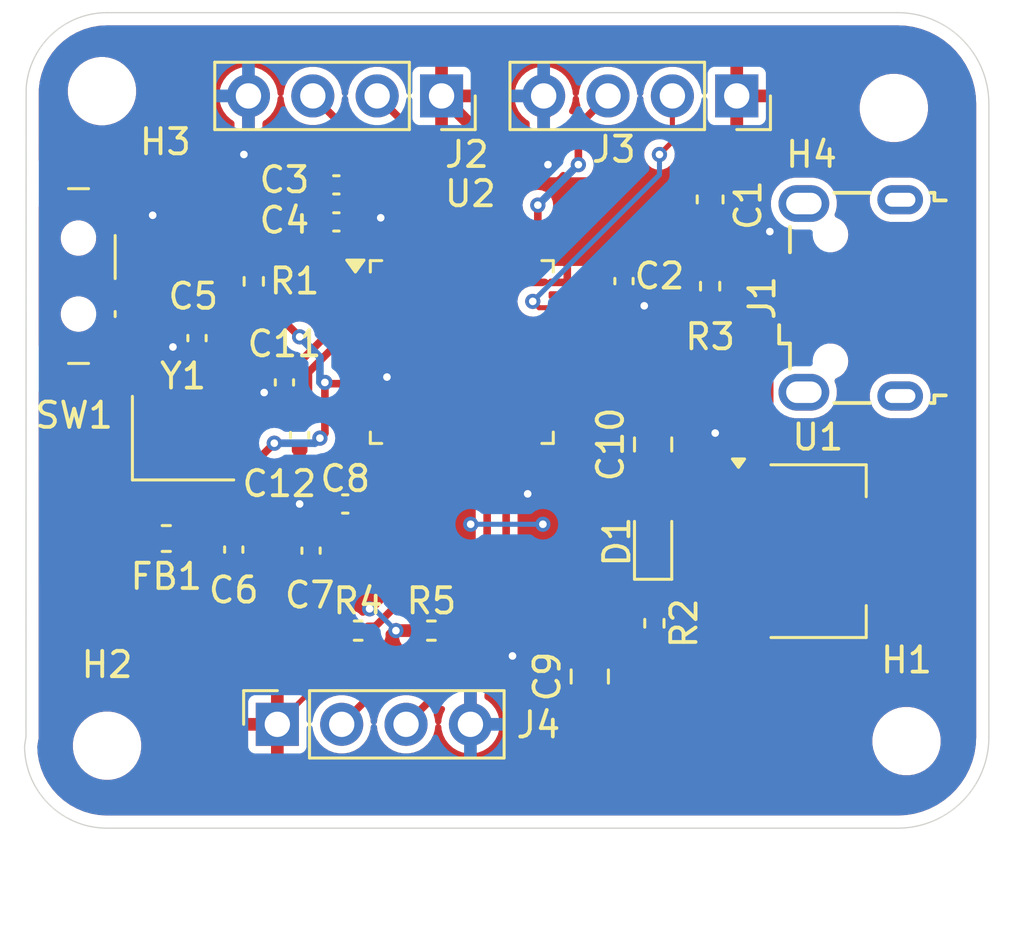
<source format=kicad_pcb>
(kicad_pcb (version 20240108) (generator "pcbnew") (generator_version "8.0")
  (layers (0 "F.Cu" signal) (31 "B.Cu" power) (34 "B.Paste" user) (35 "F.Paste" user) (36 "B.SilkS" user "B.Silkscreen") (37 "F.SilkS" user "F.Silkscreen") (38 "B.Mask" user) (39 "F.Mask" user) (44 "Edge.Cuts" user))
  (net 0 "")
  (net 1 "+3.3V")
  (net 2 "GND")
  (net 3 "+3.3VA")
  (net 4 "/NRST")
  (net 5 "VBUS")
  (net 6 "/HSE_IN")
  (net 7 "/HSE_OUT")
  (net 8 "Net-(D1-K)")
  (net 11 "/USB_D+")
  (net 15 "/USB_D-")
  (net 16 "/USART1_TX")
  (net 17 "/USART1_RX")
  (net 18 "/SWDI0")
  (net 19 "/SWCLK")
  (net 20 "/I2C2_SCL")
  (net 21 "/I2C2_SDA")
  (net 22 "/SW_BOOT0")
  (net 23 "Net-(U2-BOOT0)")
  (net 51 "Net-(Y1-Pad2)")
  (footprint "Capacitor_SMD:C_0402_1005Metric" (layer "F.Cu") (at 30.6 35.8 180)
    (property "Reference" "C8" (at 0 1 180) (layer "F.SilkS"))
    (property "Value" "100n")
    (fp_line (start -0.107836 0.36) (end 0.107836 0.36) (stroke (width 0.12)) (layer "F.SilkS"))
    (fp_line (start -0.107836 -0.36) (end 0.107836 -0.36) (stroke (width 0.12)) (layer "F.SilkS"))
    (pad "1" smd roundrect (at -0.48 0 180) (size 0.56 0.62) (layers "F.Cu" "F.Paste" "F.Mask") (net 4 "/NRST"))
    (pad "2" smd roundrect (at 0.48 0 180) (size 0.56 0.62) (layers "F.Cu" "F.Paste" "F.Mask") (net 2 "GND"))
  )
  (footprint "Resistor_SMD:R_0402_1005Metric" (layer "F.Cu") (at 26.99 27.01 90)
    (property "Reference" "R1" (at 0.01 1.61 0) (layer "F.SilkS"))
    (property "Value" "10k")
    (fp_line (start -0.153641 -0.38) (end 0.153641 -0.38) (stroke (width 0.12)) (layer "F.SilkS"))
    (fp_line (start -0.153641 0.38) (end 0.153641 0.38) (stroke (width 0.12)) (layer "F.SilkS"))
    (pad "1" smd roundrect (at -0.51 0 90) (size 0.54 0.64) (layers "F.Cu" "F.Paste" "F.Mask") (net 22 "/SW_BOOT0"))
    (pad "2" smd roundrect (at 0.51 0 90) (size 0.54 0.64) (layers "F.Cu" "F.Paste" "F.Mask") (net 23 "Net-(U2-BOOT0)"))
  )
  (footprint "LED_SMD:LED_0603_1608Metric" (layer "F.Cu") (at 42.75 37.2875 90)
    (property "Reference" "D1" (at 0 -1.43 -90) (layer "F.SilkS"))
    (property "Value" "RED")
    (fp_line (start 0.8 -0.735) (end -1.485 -0.735) (stroke (width 0.12)) (layer "F.SilkS"))
    (fp_line (start -1.485 -0.735) (end -1.485 0.735) (stroke (width 0.12)) (layer "F.SilkS"))
    (fp_line (start -1.485 0.735) (end 0.8 0.735) (stroke (width 0.12)) (layer "F.SilkS"))
    (pad "1" smd roundrect (at -0.7875 0 90) (size 0.875 0.95) (layers "F.Cu" "F.Paste" "F.Mask") (net 8 "Net-(D1-K)"))
    (pad "2" smd roundrect (at 0.7875 0 90) (size 0.875 0.95) (layers "F.Cu" "F.Paste" "F.Mask") (net 1 "+3.3V"))
  )
  (footprint "Capacitor_SMD:C_0805_2012Metric" (layer "F.Cu") (at 40.25 42.6125 90)
    (property "Reference" "C9" (at 0 -1.68 -90) (layer "F.SilkS"))
    (property "Value" "22u")
    (fp_line (start -0.261252 -0.735) (end 0.261252 -0.735) (stroke (width 0.12)) (layer "F.SilkS"))
    (fp_line (start -0.261252 0.735) (end 0.261252 0.735) (stroke (width 0.12)) (layer "F.SilkS"))
    (pad "1" smd roundrect (at -0.95 0 90) (size 1 1.45) (layers "F.Cu" "F.Paste" "F.Mask") (net 5 "VBUS"))
    (pad "2" smd roundrect (at 0.95 0 90) (size 1 1.45) (layers "F.Cu" "F.Paste" "F.Mask") (net 2 "GND"))
  )
  (footprint "Inductor_SMD:L_0603_1608Metric" (layer "F.Cu") (at 23.5375 37.1625)
    (property "Reference" "FB1" (at 0 1.5 0) (layer "F.SilkS"))
    (property "Value" "120R")
    (fp_line (start -0.162779 -0.51) (end 0.162779 -0.51) (stroke (width 0.12)) (layer "F.SilkS"))
    (fp_line (start -0.162779 0.51) (end 0.162779 0.51) (stroke (width 0.12)) (layer "F.SilkS"))
    (pad "1" smd roundrect (at -0.7875 0) (size 0.875 0.95) (layers "F.Cu" "F.Paste" "F.Mask") (net 1 "+3.3V"))
    (pad "2" smd roundrect (at 0.7875 0) (size 0.875 0.95) (layers "F.Cu" "F.Paste" "F.Mask") (net 3 "+3.3VA"))
  )
  (footprint "Capacitor_SMD:C_0402_1005Metric" (layer "F.Cu") (at 26.2 37.6 90)
    (property "Reference" "C6" (at -1.6 0 0) (layer "F.SilkS"))
    (property "Value" "1u")
    (fp_line (start -0.107836 -0.36) (end 0.107836 -0.36) (stroke (width 0.12)) (layer "F.SilkS"))
    (fp_line (start -0.107836 0.36) (end 0.107836 0.36) (stroke (width 0.12)) (layer "F.SilkS"))
    (pad "1" smd roundrect (at -0.48 0 90) (size 0.56 0.62) (layers "F.Cu" "F.Paste" "F.Mask") (net 3 "+3.3VA"))
    (pad "2" smd roundrect (at 0.48 0 90) (size 0.56 0.62) (layers "F.Cu" "F.Paste" "F.Mask") (net 2 "GND"))
  )
  (footprint "Package_TO_SOT_SMD:SOT-223-3_TabPin2" (layer "F.Cu") (at 49.25 37.6625)
    (property "Reference" "U1" (at 0 -4.5 0) (layer "F.SilkS"))
    (property "Value" "AMS1117-3.3")
    (fp_line (start -1.85 -3.41) (end 1.91 -3.41) (stroke (width 0.12)) (layer "F.SilkS"))
    (fp_line (start -1.85 3.41) (end 1.91 3.41) (stroke (width 0.12)) (layer "F.SilkS"))
    (fp_line (start 1.91 -3.41) (end 1.91 -2.15) (stroke (width 0.12)) (layer "F.SilkS"))
    (fp_line (start 1.91 3.41) (end 1.91 2.15) (stroke (width 0.12)) (layer "F.SilkS"))
    (fp_poly (pts (xy -3.13 -3.31) (xy -3.37 -3.64) (xy -2.89 -3.64) (xy -3.13 -3.31)) (stroke (width 0.12)) (fill solid) (layer "F.SilkS"))
    (pad "1" smd roundrect (at -3.15 -2.3) (size 2 1.5) (layers "F.Cu" "F.Paste" "F.Mask") (net 2 "GND"))
    (pad "2" smd roundrect (at -3.15 0) (size 2 1.5) (layers "F.Cu" "F.Paste" "F.Mask") (net 1 "+3.3V"))
    (pad "2" smd roundrect (at 3.15 0) (size 2 3.8) (layers "F.Cu" "F.Paste" "F.Mask") (net 1 "+3.3V"))
    (pad "3" smd roundrect (at -3.15 2.3) (size 2 1.5) (layers "F.Cu" "F.Paste" "F.Mask") (net 5 "VBUS"))
  )
  (footprint "Connector_PinSocket_2.54mm:PinSocket_1x04_P2.54mm_Vertical" (layer "F.Cu") (at 34.4 19.6875 -90)
    (property "Reference" "J2" (at 2.3125 -1 180) (layer "F.SilkS"))
    (property "Value" "Conn_01x04_Pin" (hide yes))
    (fp_line (start -1.33 8.95) (end 1.33 8.95) (stroke (width 0.12)) (layer "F.SilkS"))
    (fp_line (start -1.33 1.27) (end -1.33 8.95) (stroke (width 0.12)) (layer "F.SilkS"))
    (fp_line (start -1.33 1.27) (end 1.33 1.27) (stroke (width 0.12)) (layer "F.SilkS"))
    (fp_line (start 1.33 1.27) (end 1.33 8.95) (stroke (width 0.12)) (layer "F.SilkS"))
    (fp_line (start 0 -1.33) (end 1.33 -1.33) (stroke (width 0.12)) (layer "F.SilkS"))
    (fp_line (start 1.33 -1.33) (end 1.33 0) (stroke (width 0.12)) (layer "F.SilkS"))
    (pad "1" thru_hole rect (at 0 0 270) (size 1.7 1.7) (drill 1) (layers "*.Cu" "*.Mask") (net 1 "+3.3V"))
    (pad "2" thru_hole oval (at 0 2.54 270) (size 1.7 1.7) (drill 1) (layers "*.Cu" "*.Mask") (net 16 "/USART1_TX"))
    (pad "3" thru_hole oval (at 0 5.08 270) (size 1.7 1.7) (drill 1) (layers "*.Cu" "*.Mask") (net 17 "/USART1_RX"))
    (pad "4" thru_hole oval (at 0 7.62 270) (size 1.7 1.7) (drill 1) (layers "*.Cu" "*.Mask") (net 2 "GND"))
  )
  (footprint "Connector_PinSocket_2.54mm:PinSocket_1x04_P2.54mm_Vertical" (layer "F.Cu") (at 27.92 44.5 90)
    (property "Reference" "J4" (at -0.025 10.3 0) (layer "F.SilkS"))
    (property "Value" "Conn_01x04_Pin")
    (fp_line (start 1.33 -1.33) (end 1.33 0) (stroke (width 0.12)) (layer "F.SilkS"))
    (fp_line (start 0 -1.33) (end 1.33 -1.33) (stroke (width 0.12)) (layer "F.SilkS"))
    (fp_line (start 1.33 1.27) (end 1.33 8.95) (stroke (width 0.12)) (layer "F.SilkS"))
    (fp_line (start -1.33 1.27) (end 1.33 1.27) (stroke (width 0.12)) (layer "F.SilkS"))
    (fp_line (start -1.33 1.27) (end -1.33 8.95) (stroke (width 0.12)) (layer "F.SilkS"))
    (fp_line (start -1.33 8.95) (end 1.33 8.95) (stroke (width 0.12)) (layer "F.SilkS"))
    (pad "1" thru_hole rect (at 0 0 90) (size 1.7 1.7) (drill 1) (layers "*.Cu" "*.Mask") (net 1 "+3.3V"))
    (pad "2" thru_hole oval (at 0 2.54 90) (size 1.7 1.7) (drill 1) (layers "*.Cu" "*.Mask") (net 20 "/I2C2_SCL"))
    (pad "3" thru_hole oval (at 0 5.08 90) (size 1.7 1.7) (drill 1) (layers "*.Cu" "*.Mask") (net 21 "/I2C2_SDA"))
    (pad "4" thru_hole oval (at 0 7.62 90) (size 1.7 1.7) (drill 1) (layers "*.Cu" "*.Mask") (net 2 "GND"))
  )
  (footprint "Capacitor_SMD:C_0402_1005Metric" (layer "F.Cu") (at 29.25 37.6425 90)
    (property "Reference" "C7" (at -1.7575 -0.05 0) (layer "F.SilkS"))
    (property "Value" "1u")
    (fp_line (start -0.107836 -0.36) (end 0.107836 -0.36) (stroke (width 0.12)) (layer "F.SilkS"))
    (fp_line (start -0.107836 0.36) (end 0.107836 0.36) (stroke (width 0.12)) (layer "F.SilkS"))
    (pad "1" smd roundrect (at -0.48 0 90) (size 0.56 0.62) (layers "F.Cu" "F.Paste" "F.Mask") (net 1 "+3.3V"))
    (pad "2" smd roundrect (at 0.48 0 90) (size 0.56 0.62) (layers "F.Cu" "F.Paste" "F.Mask") (net 2 "GND"))
  )
  (footprint "Capacitor_SMD:C_0805_2012Metric" (layer "F.Cu") (at 42.75 33.45 90)
    (property "Reference" "C10" (at 0 -1.68 -90) (layer "F.SilkS"))
    (property "Value" "22u")
    (fp_line (start -0.261252 -0.735) (end 0.261252 -0.735) (stroke (width 0.12)) (layer "F.SilkS"))
    (fp_line (start -0.261252 0.735) (end 0.261252 0.735) (stroke (width 0.12)) (layer "F.SilkS"))
    (pad "1" smd roundrect (at -0.95 0 90) (size 1 1.45) (layers "F.Cu" "F.Paste" "F.Mask") (net 1 "+3.3V"))
    (pad "2" smd roundrect (at 0.95 0 90) (size 1 1.45) (layers "F.Cu" "F.Paste" "F.Mask") (net 2 "GND"))
  )
  (footprint "MountingHole:MountingHole_2.2mm_M2" (layer "F.Cu") (at 52.25 20.1625)
    (property "Reference" "H4" (at -3.25 1.8375 0) (layer "F.SilkS"))
    (property "Value" "MountingHole")
    (pad "" np_thru_hole circle (at 0 0) (size 2.2 2.2) (drill 2.2) (layers "*.Cu" "*.Mask"))
  )
  (footprint "MountingHole:MountingHole_2.2mm_M2" (layer "F.Cu") (at 21 19.5)
    (property "Reference" "H3" (at 2.5 2 0) (layer "F.SilkS"))
    (property "Value" "MountingHole")
    (pad "" np_thru_hole circle (at 0 0) (size 2.2 2.2) (drill 2.2) (layers "*.Cu" "*.Mask"))
  )
  (footprint "Capacitor_SMD:C_0402_1005Metric" (layer "F.Cu") (at 24.75 29.25 -90)
    (property "Reference" "C5" (at -1.65 0.15 180) (layer "F.SilkS"))
    (property "Value" "10n")
    (fp_line (start -0.107836 0.36) (end 0.107836 0.36) (stroke (width 0.12)) (layer "F.SilkS"))
    (fp_line (start -0.107836 -0.36) (end 0.107836 -0.36) (stroke (width 0.12)) (layer "F.SilkS"))
    (pad "1" smd roundrect (at -0.48 0 270) (size 0.56 0.62) (layers "F.Cu" "F.Paste" "F.Mask") (net 3 "+3.3VA"))
    (pad "2" smd roundrect (at 0.48 0 270) (size 0.56 0.62) (layers "F.Cu" "F.Paste" "F.Mask") (net 2 "GND"))
  )
  (footprint "Capacitor_SMD:C_0402_1005Metric" (layer "F.Cu") (at 28.2 31 -90)
    (property "Reference" "C11" (at -1.52 0 180) (layer "F.SilkS"))
    (property "Value" "10p")
    (fp_line (start -0.107836 0.36) (end 0.107836 0.36) (stroke (width 0.12)) (layer "F.SilkS"))
    (fp_line (start -0.107836 -0.36) (end 0.107836 -0.36) (stroke (width 0.12)) (layer "F.SilkS"))
    (pad "1" smd roundrect (at -0.48 0 270) (size 0.56 0.62) (layers "F.Cu" "F.Paste" "F.Mask") (net 6 "/HSE_IN"))
    (pad "2" smd roundrect (at 0.48 0 270) (size 0.56 0.62) (layers "F.Cu" "F.Paste" "F.Mask") (net 2 "GND"))
  )
  (footprint "Connector_PinSocket_2.54mm:PinSocket_1x04_P2.54mm_Vertical" (layer "F.Cu") (at 46.05 19.6875 -90)
    (property "Reference" "J3" (at 2.1125 4.85 180) (layer "F.SilkS"))
    (property "Value" "Conn_01x04_Pin" (hide yes))
    (fp_line (start -1.33 8.95) (end 1.33 8.95) (stroke (width 0.12)) (layer "F.SilkS"))
    (fp_line (start -1.33 1.27) (end -1.33 8.95) (stroke (width 0.12)) (layer "F.SilkS"))
    (fp_line (start -1.33 1.27) (end 1.33 1.27) (stroke (width 0.12)) (layer "F.SilkS"))
    (fp_line (start 1.33 1.27) (end 1.33 8.95) (stroke (width 0.12)) (layer "F.SilkS"))
    (fp_line (start 0 -1.33) (end 1.33 -1.33) (stroke (width 0.12)) (layer "F.SilkS"))
    (fp_line (start 1.33 -1.33) (end 1.33 0) (stroke (width 0.12)) (layer "F.SilkS"))
    (pad "1" thru_hole rect (at 0 0 270) (size 1.7 1.7) (drill 1) (layers "*.Cu" "*.Mask") (net 1 "+3.3V"))
    (pad "2" thru_hole oval (at 0 2.54 270) (size 1.7 1.7) (drill 1) (layers "*.Cu" "*.Mask") (net 18 "/SWDI0"))
    (pad "3" thru_hole oval (at 0 5.08 270) (size 1.7 1.7) (drill 1) (layers "*.Cu" "*.Mask") (net 19 "/SWCLK"))
    (pad "4" thru_hole oval (at 0 7.62 270) (size 1.7 1.7) (drill 1) (layers "*.Cu" "*.Mask") (net 2 "GND"))
  )
  (footprint "Resistor_SMD:R_0402_1005Metric" (layer "F.Cu") (at 34 40.8)
    (property "Reference" "R5" (at 0 -1.17 0) (layer "F.SilkS"))
    (property "Value" "1k5")
    (fp_line (start -0.153641 -0.38) (end 0.153641 -0.38) (stroke (width 0.12)) (layer "F.SilkS"))
    (fp_line (start -0.153641 0.38) (end 0.153641 0.38) (stroke (width 0.12)) (layer "F.SilkS"))
    (pad "1" smd roundrect (at -0.51 0) (size 0.54 0.64) (layers "F.Cu" "F.Paste" "F.Mask") (net 1 "+3.3V"))
    (pad "2" smd roundrect (at 0.51 0) (size 0.54 0.64) (layers "F.Cu" "F.Paste" "F.Mask") (net 21 "/I2C2_SDA"))
  )
  (footprint "Capacitor_SMD:C_0603_1608Metric" (layer "F.Cu") (at 45 23.775 -90)
    (property "Reference" "C1" (at 0.225 -1.5 90) (layer "F.SilkS"))
    (property "Value" "10u")
    (fp_line (start -0.14058 0.51) (end 0.14058 0.51) (stroke (width 0.12)) (layer "F.SilkS"))
    (fp_line (start -0.14058 -0.51) (end 0.14058 -0.51) (stroke (width 0.12)) (layer "F.SilkS"))
    (pad "1" smd roundrect (at -0.775 0 270) (size 0.9 0.95) (layers "F.Cu" "F.Paste" "F.Mask") (net 1 "+3.3V"))
    (pad "2" smd roundrect (at 0.775 0 270) (size 0.9 0.95) (layers "F.Cu" "F.Paste" "F.Mask") (net 2 "GND"))
  )
  (footprint "Capacitor_SMD:C_0402_1005Metric" (layer "F.Cu") (at 30.25 23.2)
    (property "Reference" "C3" (at -2.05 -0.2 180) (layer "F.SilkS"))
    (property "Value" "100n")
    (fp_line (start -0.107836 -0.36) (end 0.107836 -0.36) (stroke (width 0.12)) (layer "F.SilkS"))
    (fp_line (start -0.107836 0.36) (end 0.107836 0.36) (stroke (width 0.12)) (layer "F.SilkS"))
    (pad "1" smd roundrect (at -0.48 0) (size 0.56 0.62) (layers "F.Cu" "F.Paste" "F.Mask") (net 1 "+3.3V"))
    (pad "2" smd roundrect (at 0.48 0) (size 0.56 0.62) (layers "F.Cu" "F.Paste" "F.Mask") (net 2 "GND"))
  )
  (footprint "Package_QFP:LQFP-48_7x7mm_P0.5mm" (layer "F.Cu") (at 35.2 29.8)
    (property "Reference" "U2" (at 0.3375 -6.25 0) (layer "F.SilkS"))
    (property "Value" "STM32F103CBT6")
    (fp_line (start -3.61 -3.61) (end -3.61 -3.16) (stroke (width 0.12)) (layer "F.SilkS"))
    (fp_line (start -3.61 3.61) (end -3.61 3.16) (stroke (width 0.12)) (layer "F.SilkS"))
    (fp_line (start -3.16 -3.61) (end -3.61 -3.61) (stroke (width 0.12)) (layer "F.SilkS"))
    (fp_line (start -3.16 3.61) (end -3.61 3.61) (stroke (width 0.12)) (layer "F.SilkS"))
    (fp_line (start 3.16 -3.61) (end 3.61 -3.61) (stroke (width 0.12)) (layer "F.SilkS"))
    (fp_line (start 3.16 3.61) (end 3.61 3.61) (stroke (width 0.12)) (layer "F.SilkS"))
    (fp_line (start 3.61 -3.61) (end 3.61 -3.16) (stroke (width 0.12)) (layer "F.SilkS"))
    (fp_line (start 3.61 3.61) (end 3.61 3.16) (stroke (width 0.12)) (layer "F.SilkS"))
    (fp_poly (pts (xy -4.2 -3.16) (xy -4.54 -3.63) (xy -3.86 -3.63) (xy -4.2 -3.16)) (stroke (width 0.12)) (fill solid) (layer "F.SilkS"))
    (pad "1" smd roundrect (at -4.1625 -2.75) (size 1.475 0.3) (layers "F.Cu" "F.Paste" "F.Mask") (net 1 "+3.3V"))
    (pad "2" smd roundrect (at -4.1625 -2.25) (size 1.475 0.3) (layers "F.Cu" "F.Paste" "F.Mask"))
    (pad "3" smd roundrect (at -4.1625 -1.75) (size 1.475 0.3) (layers "F.Cu" "F.Paste" "F.Mask"))
    (pad "4" smd roundrect (at -4.1625 -1.25) (size 1.475 0.3) (layers "F.Cu" "F.Paste" "F.Mask"))
    (pad "5" smd roundrect (at -4.1625 -0.75) (size 1.475 0.3) (layers "F.Cu" "F.Paste" "F.Mask") (net 6 "/HSE_IN"))
    (pad "6" smd roundrect (at -4.1625 -0.25) (size 1.475 0.3) (layers "F.Cu" "F.Paste" "F.Mask") (net 7 "/HSE_OUT"))
    (pad "7" smd roundrect (at -4.1625 0.25) (size 1.475 0.3) (layers "F.Cu" "F.Paste" "F.Mask") (net 4 "/NRST"))
    (pad "8" smd roundrect (at -4.1625 0.75) (size 1.475 0.3) (layers "F.Cu" "F.Paste" "F.Mask") (net 2 "GND"))
    (pad "9" smd roundrect (at -4.1625 1.25) (size 1.475 0.3) (layers "F.Cu" "F.Paste" "F.Mask") (net 3 "+3.3VA"))
    (pad "10" smd roundrect (at -4.1625 1.75) (size 1.475 0.3) (layers "F.Cu" "F.Paste" "F.Mask"))
    (pad "11" smd roundrect (at -4.1625 2.25) (size 1.475 0.3) (layers "F.Cu" "F.Paste" "F.Mask"))
    (pad "12" smd roundrect (at -4.1625 2.75) (size 1.475 0.3) (layers "F.Cu" "F.Paste" "F.Mask"))
    (pad "13" smd roundrect (at -2.75 4.1625) (size 0.3 1.475) (layers "F.Cu" "F.Paste" "F.Mask"))
    (pad "14" smd roundrect (at -2.25 4.1625) (size 0.3 1.475) (layers "F.Cu" "F.Paste" "F.Mask"))
    (pad "15" smd roundrect (at -1.75 4.1625) (size 0.3 1.475) (layers "F.Cu" "F.Paste" "F.Mask"))
    (pad "16" smd roundrect (at -1.25 4.1625) (size 0.3 1.475) (layers "F.Cu" "F.Paste" "F.Mask"))
    (pad "17" smd roundrect (at -0.75 4.1625) (size 0.3 1.475) (layers "F.Cu" "F.Paste" "F.Mask"))
    (pad "18" smd roundrect (at -0.25 4.1625) (size 0.3 1.475) (layers "F.Cu" "F.Paste" "F.Mask"))
    (pad "19" smd roundrect (at 0.25 4.1625) (size 0.3 1.475) (layers "F.Cu" "F.Paste" "F.Mask"))
    (pad "20" smd roundrect (at 0.75 4.1625) (size 0.3 1.475) (layers "F.Cu" "F.Paste" "F.Mask"))
    (pad "21" smd roundrect (at 1.25 4.1625) (size 0.3 1.475) (layers "F.Cu" "F.Paste" "F.Mask") (net 20 "/I2C2_SCL"))
    (pad "22" smd roundrect (at 1.75 4.1625) (size 0.3 1.475) (layers "F.Cu" "F.Paste" "F.Mask") (net 21 "/I2C2_SDA"))
    (pad "23" smd roundrect (at 2.25 4.1625) (size 0.3 1.475) (layers "F.Cu" "F.Paste" "F.Mask") (net 2 "GND"))
    (pad "24" smd roundrect (at 2.75 4.1625) (size 0.3 1.475) (layers "F.Cu" "F.Paste" "F.Mask") (net 1 "+3.3V"))
    (pad "25" smd roundrect (at 4.1625 2.75) (size 1.475 0.3) (layers "F.Cu" "F.Paste" "F.Mask"))
    (pad "26" smd roundrect (at 4.1625 2.25) (size 1.475 0.3) (layers "F.Cu" "F.Paste" "F.Mask"))
    (pad "27" smd roundrect (at 4.1625 1.75) (size 1.475 0.3) (layers "F.Cu" "F.Paste" "F.Mask"))
    (pad "28" smd roundrect (at 4.1625 1.25) (size 1.475 0.3) (layers "F.Cu" "F.Paste" "F.Mask"))
    (pad "29" smd roundrect (at 4.1625 0.75) (size 1.475 0.3) (layers "F.Cu" "F.Paste" "F.Mask"))
    (pad "30" smd roundrect (at 4.1625 0.25) (size 1.475 0.3) (layers "F.Cu" "F.Paste" "F.Mask"))
    (pad "31" smd roundrect (at 4.1625 -0.25) (size 1.475 0.3) (layers "F.Cu" "F.Paste" "F.Mask"))
    (pad "32" smd roundrect (at 4.1625 -0.75) (size 1.475 0.3) (layers "F.Cu" "F.Paste" "F.Mask") (net 15 "/USB_D-"))
    (pad "33" smd roundrect (at 4.1625 -1.25) (size 1.475 0.3) (layers "F.Cu" "F.Paste" "F.Mask") (net 11 "/USB_D+"))
    (pad "34" smd roundrect (at 4.1625 -1.75) (size 1.475 0.3) (layers "F.Cu" "F.Paste" "F.Mask") (net 18 "/SWDI0"))
    (pad "35" smd roundrect (at 4.1625 -2.25) (size 1.475 0.3) (layers "F.Cu" "F.Paste" "F.Mask") (net 2 "GND"))
    (pad "36" smd roundrect (at 4.1625 -2.75) (size 1.475 0.3) (layers "F.Cu" "F.Paste" "F.Mask") (net 1 "+3.3V"))
    (pad "37" smd roundrect (at 2.75 -4.1625) (size 0.3 1.475) (layers "F.Cu" "F.Paste" "F.Mask") (net 19 "/SWCLK"))
    (pad "38" smd roundrect (at 2.25 -4.1625) (size 0.3 1.475) (layers "F.Cu" "F.Paste" "F.Mask"))
    (pad "39" smd roundrect (at 1.75 -4.1625) (size 0.3 1.475) (layers "F.Cu" "F.Paste" "F.Mask"))
    (pad "40" smd roundrect (at 1.25 -4.1625) (size 0.3 1.475) (layers "F.Cu" "F.Paste" "F.Mask"))
    (pad "41" smd roundrect (at 0.75 -4.1625) (size 0.3 1.475) (layers "F.Cu" "F.Paste" "F.Mask"))
    (pad "42" smd roundrect (at 0.25 -4.1625) (size 0.3 1.475) (layers "F.Cu" "F.Paste" "F.Mask") (net 16 "/USART1_TX"))
    (pad "43" smd roundrect (at -0.25 -4.1625) (size 0.3 1.475) (layers "F.Cu" "F.Paste" "F.Mask") (net 17 "/USART1_RX"))
    (pad "44" smd roundrect (at -0.75 -4.1625) (size 0.3 1.475) (layers "F.Cu" "F.Paste" "F.Mask") (net 23 "Net-(U2-BOOT0)"))
    (pad "45" smd roundrect (at -1.25 -4.1625) (size 0.3 1.475) (layers "F.Cu" "F.Paste" "F.Mask"))
    (pad "46" smd roundrect (at -1.75 -4.1625) (size 0.3 1.475) (layers "F.Cu" "F.Paste" "F.Mask"))
    (pad "47" smd roundrect (at -2.25 -4.1625) (size 0.3 1.475) (layers "F.Cu" "F.Paste" "F.Mask") (net 2 "GND"))
    (pad "48" smd roundrect (at -2.75 -4.1625) (size 0.3 1.475) (layers "F.Cu" "F.Paste" "F.Mask") (net 1 "+3.3V"))
  )
  (footprint "Capacitor_SMD:C_0402_1005Metric" (layer "F.Cu") (at 28.8 33.08 -90)
    (property "Reference" "C12" (at 1.92 0.8 180) (layer "F.SilkS"))
    (property "Value" "10p")
    (fp_line (start -0.107836 0.36) (end 0.107836 0.36) (stroke (width 0.12)) (layer "F.SilkS"))
    (fp_line (start -0.107836 -0.36) (end 0.107836 -0.36) (stroke (width 0.12)) (layer "F.SilkS"))
    (pad "1" smd roundrect (at -0.48 0 270) (size 0.56 0.62) (layers "F.Cu" "F.Paste" "F.Mask") (net 7 "/HSE_OUT"))
    (pad "2" smd roundrect (at 0.48 0 270) (size 0.56 0.62) (layers "F.Cu" "F.Paste" "F.Mask") (net 2 "GND"))
  )
  (footprint "Capacitor_SMD:C_0402_1005Metric" (layer "F.Cu") (at 30.25 24.6625)
    (property "Reference" "C4" (at -2.05 -0.0625 180) (layer "F.SilkS"))
    (property "Value" "100n")
    (fp_line (start -0.107836 -0.36) (end 0.107836 -0.36) (stroke (width 0.12)) (layer "F.SilkS"))
    (fp_line (start -0.107836 0.36) (end 0.107836 0.36) (stroke (width 0.12)) (layer "F.SilkS"))
    (pad "1" smd roundrect (at -0.48 0) (size 0.56 0.62) (layers "F.Cu" "F.Paste" "F.Mask") (net 1 "+3.3V"))
    (pad "2" smd roundrect (at 0.48 0) (size 0.56 0.62) (layers "F.Cu" "F.Paste" "F.Mask") (net 2 "GND"))
  )
  (footprint "MountingHole:MountingHole_2.2mm_M2" (layer "F.Cu") (at 52.75 45.1625)
    (property "Reference" "H1" (at 0 -3.2 0) (layer "F.SilkS"))
    (property "Value" "MountingHole")
    (pad "" np_thru_hole circle (at 0 0) (size 2.2 2.2) (drill 2.2) (layers "*.Cu" "*.Mask"))
  )
  (footprint "Button_Switch_SMD:SW_SPDT_PCM12" (layer "F.Cu") (at 20.4 26.8 -90)
    (property "Reference" "SW1" (at 5.499999 0.499999 180) (layer "F.SilkS"))
    (property "Value" "SW_SPDT" (hide yes))
    (fp_line (start 3.45 0.72) (end 3.45 -0.07) (stroke (width 0.12)) (layer "F.SilkS"))
    (fp_line (start -3.45 -0.07) (end -3.45 0.72) (stroke (width 0.12)) (layer "F.SilkS"))
    (fp_line (start -1.6 -1.12) (end 0.1 -1.12) (stroke (width 0.12)) (layer "F.SilkS"))
    (fp_line (start 1.4 -1.12) (end 1.6 -1.12) (stroke (width 0.12)) (layer "F.SilkS"))
    (pad "" smd rect (at -3.65 -0.78 270) (size 1 0.8) (layers "F.Cu" "F.Paste" "F.Mask"))
    (pad "" smd rect (at -3.65 1.43 270) (size 1 0.8) (layers "F.Cu" "F.Paste" "F.Mask"))
    (pad "" np_thru_hole circle (at -1.5 0.33 270) (size 0.9 0.9) (drill 0.9) (layers "*.Cu" "*.Mask"))
    (pad "" np_thru_hole circle (at 1.5 0.33 270) (size 0.9 0.9) (drill 0.9) (layers "*.Cu" "*.Mask"))
    (pad "" smd rect (at 3.65 -0.78 270) (size 1 0.8) (layers "F.Cu" "F.Paste" "F.Mask"))
    (pad "" smd rect (at 3.65 1.43 270) (size 1 0.8) (layers "F.Cu" "F.Paste" "F.Mask"))
    (pad "1" smd rect (at -2.25 -1.43 270) (size 0.7 1.5) (layers "F.Cu" "F.Paste" "F.Mask") (net 2 "GND"))
    (pad "2" smd rect (at 0.75 -1.43 270) (size 0.7 1.5) (layers "F.Cu" "F.Paste" "F.Mask") (net 22 "/SW_BOOT0"))
    (pad "3" smd rect (at 2.25 -1.43 270) (size 0.7 1.5) (layers "F.Cu" "F.Paste" "F.Mask") (net 1 "+3.3V"))
  )
  (footprint "MountingHole:MountingHole_2.2mm_M2" (layer "F.Cu") (at 21.200001 45.344235)
    (property "Reference" "H2" (at 0 -3.2 0) (layer "F.SilkS"))
    (property "Value" "MountingHole" (hide yes))
    (pad "" np_thru_hole circle (at 0 0) (size 2.2 2.2) (drill 2.2) (layers "*.Cu" "*.Mask"))
  )
  (footprint "Resistor_SMD:R_0402_1005Metric" (layer "F.Cu") (at 42.8 40.51 -90)
    (property "Reference" "R2" (at 0 -1.17 90) (layer "F.SilkS"))
    (property "Value" "1K5")
    (fp_line (start -0.153641 0.38) (end 0.153641 0.38) (stroke (width 0.12)) (layer "F.SilkS"))
    (fp_line (start -0.153641 -0.38) (end 0.153641 -0.38) (stroke (width 0.12)) (layer "F.SilkS"))
    (pad "1" smd roundrect (at -0.51 0 270) (size 0.54 0.64) (layers "F.Cu" "F.Paste" "F.Mask") (net 8 "Net-(D1-K)"))
    (pad "2" smd roundrect (at 0.51 0 270) (size 0.54 0.64) (layers "F.Cu" "F.Paste" "F.Mask") (net 2 "GND"))
  )
  (footprint "Capacitor_SMD:C_0402_1005Metric" (layer "F.Cu") (at 41.6 27 -90)
    (property "Reference" "C2" (at -0.2 -1.4 180) (layer "F.SilkS"))
    (property "Value" "100n")
    (fp_line (start -0.107836 0.36) (end 0.107836 0.36) (stroke (width 0.12)) (layer "F.SilkS"))
    (fp_line (start -0.107836 -0.36) (end 0.107836 -0.36) (stroke (width 0.12)) (layer "F.SilkS"))
    (pad "1" smd roundrect (at -0.48 0 270) (size 0.56 0.62) (layers "F.Cu" "F.Paste" "F.Mask") (net 1 "+3.3V"))
    (pad "2" smd roundrect (at 0.48 0 270) (size 0.56 0.62) (layers "F.Cu" "F.Paste" "F.Mask") (net 2 "GND"))
  )
  (footprint "Connector_USB:USB_Micro-B_Wuerth_629105150521" (layer "F.Cu") (at 50.55 27.6625 90)
    (property "Reference" "J1" (at 0 -3.5 -90) (layer "F.SilkS"))
    (property "Value" "USB_B")
    (fp_line (start -1.075 -2.825) (end -1.8 -2.825) (stroke (width 0.15)) (layer "F.SilkS"))
    (fp_line (start -1.8 -2.825) (end -1.8 -2.4) (stroke (width 0.15)) (layer "F.SilkS"))
    (fp_line (start 1.8 -2.4) (end 2.8 -2.4) (stroke (width 0.15)) (layer "F.SilkS"))
    (fp_line (start -1.8 -2.4) (end -2.8 -2.4) (stroke (width 0.15)) (layer "F.SilkS"))
    (fp_line (start -4.15 -0.65) (end -4.15 0.75) (stroke (width 0.15)) (layer "F.SilkS"))
    (fp_line (start 4.15 0.75) (end 4.15 -0.65) (stroke (width 0.15)) (layer "F.SilkS"))
    (fp_line (start -4.15 3.15) (end -4.15 3.3) (stroke (width 0.15)) (layer "F.SilkS"))
    (fp_line (start 4.15 3.3) (end 4.15 3.15) (stroke (width 0.15)) (layer "F.SilkS"))
    (fp_line (start 3.85 3.3) (end 4.15 3.3) (stroke (width 0.15)) (layer "F.SilkS"))
    (fp_line (start -3.85 3.3) (end -3.85 3.75) (stroke (width 0.15)) (layer "F.SilkS"))
    (fp_line (start -4.15 3.3) (end -3.85 3.3) (stroke (width 0.15)) (layer "F.SilkS"))
    (fp_line (start 3.85 3.75) (end 3.85 3.3) (stroke (width 0.15)) (layer "F.SilkS"))
    (pad "" np_thru_hole oval (at -2.5 -0.8 90) (size 0.8 0.8) (drill 0.8) (layers "*.Cu" "*.Mask"))
    (pad "" np_thru_hole oval (at 2.5 -0.8 90) (size 0.8 0.8) (drill 0.8) (layers "*.Cu" "*.Mask"))
    (pad "1" smd rect (at -1.3 -1.9 90) (size 0.45 1.3) (layers "F.Cu" "F.Paste" "F.Mask") (net 5 "VBUS"))
    (pad "2" smd rect (at -0.65 -1.9 90) (size 0.45 1.3) (layers "F.Cu" "F.Paste" "F.Mask") (net 15 "/USB_D-"))
    (pad "3" smd rect (at 0 -1.9 90) (size 0.45 1.3) (layers "F.Cu" "F.Paste" "F.Mask") (net 11 "/USB_D+"))
    (pad "4" smd rect (at 0.65 -1.9 90) (size 0.45 1.3) (layers "F.Cu" "F.Paste" "F.Mask"))
    (pad "5" smd rect (at 1.3 -1.9 90) (size 0.45 1.3) (layers "F.Cu" "F.Paste" "F.Mask") (net 2 "GND"))
    (pad "6" thru_hole oval (at -3.875 1.95 90) (size 1.15 1.8) (drill oval 0.55 1.2) (layers "*.Cu" "*.Mask"))
    (pad "6" thru_hole oval (at -3.725 -1.85 90) (size 1.45 2) (drill oval 0.85 1.4) (layers "*.Cu" "*.Mask"))
    (pad "6" thru_hole oval (at 3.725 -1.85 90) (size 1.45 2) (drill oval 0.85 1.4) (layers "*.Cu" "*.Mask"))
    (pad "6" thru_hole oval (at 3.875 1.95 90) (size 1.15 1.8) (drill oval 0.55 1.2) (layers "*.Cu" "*.Mask"))
  )
  (footprint "Resistor_SMD:R_0402_1005Metric" (layer "F.Cu") (at 31.11 40.8)
    (property "Reference" "R4" (at 0 -1.17 0) (layer "F.SilkS"))
    (property "Value" "1k5")
    (fp_line (start -0.153641 -0.38) (end 0.153641 -0.38) (stroke (width 0.12)) (layer "F.SilkS"))
    (fp_line (start -0.153641 0.38) (end 0.153641 0.38) (stroke (width 0.12)) (layer "F.SilkS"))
    (pad "1" smd roundrect (at -0.51 0) (size 0.54 0.64) (layers "F.Cu" "F.Paste" "F.Mask") (net 1 "+3.3V"))
    (pad "2" smd roundrect (at 0.51 0) (size 0.54 0.64) (layers "F.Cu" "F.Paste" "F.Mask") (net 20 "/I2C2_SCL"))
  )
  (footprint "Crystal:Crystal_SMD_3225-4Pin_3.2x2.5mm" (layer "F.Cu") (at 24.2 33.2)
    (property "Reference" "Y1" (at 0 -2.45 0) (layer "F.SilkS"))
    (property "Value" "Crystal_GND24")
    (fp_line (start -2 -1.65) (end -2 1.65) (stroke (width 0.12)) (layer "F.SilkS"))
    (fp_line (start -2 1.65) (end 2 1.65) (stroke (width 0.12)) (layer "F.SilkS"))
    (pad "1" smd rect (at -1.1 0.85) (size 1.4 1.2) (layers "F.Cu" "F.Paste" "F.Mask") (net 6 "/HSE_IN"))
    (pad "2" smd rect (at 1.1 0.85) (size 1.4 1.2) (layers "F.Cu" "F.Paste" "F.Mask") (net 51 "Net-(Y1-Pad2)"))
    (pad "3" smd rect (at 1.1 -0.85) (size 1.4 1.2) (layers "F.Cu" "F.Paste" "F.Mask") (net 7 "/HSE_OUT"))
    (pad "4" smd rect (at -1.1 -0.85) (size 1.4 1.2) (layers "F.Cu" "F.Paste" "F.Mask") (net 51 "Net-(Y1-Pad2)"))
  )
  (footprint "Resistor_SMD:R_0402_1005Metric" (layer "F.Cu") (at 45 27.2 90)
    (property "Reference" "R3" (at -2 0 0) (layer "F.SilkS"))
    (property "Value" "1k5")
    (fp_line (start -0.153641 -0.38) (end 0.153641 -0.38) (stroke (width 0.12)) (layer "F.SilkS"))
    (fp_line (start -0.153641 0.38) (end 0.153641 0.38) (stroke (width 0.12)) (layer "F.SilkS"))
    (pad "1" smd roundrect (at -0.51 0 90) (size 0.54 0.64) (layers "F.Cu" "F.Paste" "F.Mask") (net 11 "/USB_D+"))
    (pad "2" smd roundrect (at 0.51 0 90) (size 0.54 0.64) (layers "F.Cu" "F.Paste" "F.Mask") (net 1 "+3.3V"))
  )
  (gr_arc (start 18.006232 19.400389) (mid 19.008968 17.267753) (end 21.2 16.4) (stroke (width 0.05)) (layer "Edge.Cuts"))
  (gr_line (start 56 44.2) (end 56 45) (stroke (width 0.05)) (layer "Edge.Cuts"))
  (gr_arc (start 21.2 48.6) (mid 18.897827 47.646409) (end 17.944236 45.344236) (stroke (width 0.05)) (layer "Edge.Cuts"))
  (gr_arc (start 56 45) (mid 54.945584 47.545584) (end 52.4 48.6) (stroke (width 0.05)) (layer "Edge.Cuts"))
  (gr_line (start 21.2 48.6) (end 52.4 48.6) (stroke (width 0.05)) (layer "Edge.Cuts"))
  (gr_arc (start 52.4 16.4) (mid 54.945584 17.454416) (end 56 20) (stroke (width 0.05)) (layer "Edge.Cuts"))
  (gr_line (start 18.006232 19.400389) (end 18 45) (stroke (width 0.05)) (layer "Edge.Cuts"))
  (gr_line (start 17.944236 45.344236) (end 18 45) (stroke (width 0.05)) (layer "Edge.Cuts"))
  (gr_line (start 21.2 16.4) (end 52.4 16.4) (stroke (width 0.05)) (layer "Edge.Cuts"))
  (gr_line (start 56 20) (end 56 44.2) (stroke (width 0.05)) (layer "Edge.Cuts"))
  (segment (start 33.24259 27.2) (end 37 27.2) (width 0.2) (layer "F.Cu") (net 1))
  (segment (start 44.9375 36.5) (end 46.1 37.6625) (width 0.5) (layer "F.Cu") (net 1))
  (segment (start 37.95 33.9625) (end 37.95 29.95) (width 0.2) (layer "F.Cu") (net 1))
  (segment (start 21.4 31.8) (end 22 31.2) (width 0.2) (layer "F.Cu") (net 1))
  (segment (start 30.6 40.2) (end 30.6 39.4725) (width 0.5) (layer "F.Cu") (net 1))
  (segment (start 34.5125 19.6875) (end 34.6 19.6) (width 0.5) (layer "F.Cu") (net 1))
  (segment (start 30.6 41.82) (end 30.6 40.8) (width 0.2) (layer "F.Cu") (net 1))
  (segment (start 37 27.2) (end 37.15 27.05) (width 0.2) (layer "F.Cu") (net 1))
  (segment (start 37.15 27.05) (end 39.3625 27.05) (width 0.2) (layer "F.Cu") (net 1))
  (segment (start 38.4 36.6) (end 38.4 34.4125) (width 0.2) (layer "F.Cu") (net 1))
  (segment (start 45 26.69) (end 41.77 26.69) (width 0.5) (layer "F.Cu") (net 1))
  (segment (start 30.6 40.2) (end 30.860026 39.939974) (width 0.2) (layer "F.Cu") (net 1))
  (segment (start 46.05 19.6875) (end 46.05 21.95) (width 0.5) (layer "F.Cu") (net 1))
  (segment (start 32.45 25.6375) (end 30.6375 25.6375) (width 0.2) (layer "F.Cu") (net 1))
  (segment (start 41.6 26.52) (end 41.6 23.15) (width 0.5) (layer "F.Cu") (net 1))
  (segment (start 29.77 23.2) (end 29.77 24.6625) (width 0.5) (layer "F.Cu") (net 1))
  (segment (start 30.5 25.5) (end 30.5 27) (width 0.3) (layer "F.Cu") (net 1))
  (segment (start 34.4 19.6875) (end 34.5125 19.6875) (width 0.5) (layer "F.Cu") (net 1))
  (segment (start 41.28 26.52) (end 41.6 26.52) (width 0.3) (layer "F.Cu") (net 1))
  (segment (start 27.92 44.5) (end 30.6 41.82) (width 0.2) (layer "F.Cu") (net 1))
  (segment (start 38.4 34.4125) (end 38.3875 34.4) (width 0.2) (layer "F.Cu") (net 1))
  (segment (start 42.75 36.5) (end 44.9375 36.5) (width 0.5) (layer "F.Cu") (net 1))
  (segment (start 34.4 19.6875) (end 34.4 19.8) (width 0.5) (layer "F.Cu") (net 1))
  (segment (start 29.77 24.6625) (end 29.77 24.77) (width 0.3) (layer "F.Cu") (net 1))
  (segment (start 37.8625 23.15) (end 41.6 23.15) (width 0.5) (layer "F.Cu") (net 1))
  (segment (start 31.560786 39.939974) (end 34.90076 36.6) (width 0.2) (layer "F.Cu") (net 1))
  (segment (start 21.4 35.8125) (end 21.4 31.8) (width 0.2) (layer "F.Cu") (net 1))
  (segment (start 30.6375 25.6375) (end 30.5 25.5) (width 0.2) (layer "F.Cu") (net 1))
  (segment (start 32.45 26.40741) (end 33.24259 27.2) (width 0.2) (layer "F.Cu") (net 1))
  (segment (start 42.75 34.4) (end 42.75 36.5) (width 0.5) (layer "F.Cu") (net 1))
  (segment (start 34.4 19.6875) (end 37.8625 23.15) (width 0.5) (layer "F.Cu") (net 1))
  (segment (start 37.95 29.95) (end 36.8 28.8) (width 0.2) (layer "F.Cu") (net 1))
  (segment (start 22 31.2) (end 22 29.44) (width 0.2) (layer "F.Cu") (net 1))
  (segment (start 30.6 40.8) (end 30.6 40.2) (width 0.5) (layer "F.Cu") (net 1))
  (segment (start 22.75 37.1625) (end 21.4 35.8125) (width 0.2) (layer "F.Cu") (net 1))
  (segment (start 37.95 33.9625) (end 38.3875 34.4) (width 0.3) (layer "F.Cu") (net 1))
  (segment (start 46.05 21.95) (end 45 23) (width 0.5) (layer "F.Cu") (net 1))
  (segment (start 41.77 26.69) (end 41.6 26.52) (width 0.5) (layer "F.Cu") (net 1))
  (segment (start 36.8 27.4) (end 37 27.2) (width 0.2) (layer "F.Cu") (net 1))
  (segment (start 34.90076 36.6) (end 35.55 36.6) (width 0.2) (layer "F.Cu") (net 1))
  (segment (start 29.77 24.77) (end 30.5 25.5) (width 0.3) (layer "F.Cu") (net 1))
  (segment (start 30.860026 39.939974) (end 31.560786 39.939974) (width 0.2) (layer "F.Cu") (net 1))
  (segment (start 40.75 27.05) (end 41.28 26.52) (width 0.3) (layer "F.Cu") (net 1))
  (segment (start 52.4 37.6625) (end 46.1 37.6625) (width 0.5) (layer "F.Cu") (net 1))
  (segment (start 24.3975 38.81) (end 28.5625 38.81) (width 0.5) (layer "F.Cu") (net 1))
  (segment (start 39.3625 27.05) (end 40.75 27.05) (width 0.3) (layer "F.Cu") (net 1))
  (segment (start 32.6 40.8) (end 33.49 40.8) (width 0.2) (layer "F.Cu") (net 1))
  (segment (start 34.4 19.8) (end 34.6 20) (width 0.5) (layer "F.Cu") (net 1))
  (segment (start 30.6 39.4725) (end 29.25 38.1225) (width 0.5) (layer "F.Cu") (net 1))
  (segment (start 38.3875 34.4) (end 42.75 34.4) (width 0.3) (layer "F.Cu") (net 1))
  (segment (start 44.85 23.15) (end 45 23) (width 0.5) (layer "F.Cu") (net 1))
  (segment (start 41.6 23.15) (end 44.85 23.15) (width 0.5) (layer "F.Cu") (net 1))
  (segment (start 36.8 28.8) (end 36.8 27.4) (width 0.2) (layer "F.Cu") (net 1))
  (segment (start 32.45 25.6375) (end 32.45 26.40741) (width 0.2) (layer "F.Cu") (net 1))
  (segment (start 22.75 37.1625) (end 24.3975 38.81) (width 0.5) (layer "F.Cu") (net 1))
  (segment (start 22 29.44) (end 21.66 29.1) (width 0.2) (layer "F.Cu") (net 1))
  (segment (start 28.5625 38.81) (end 29.25 38.1225) (width 0.5) (layer "F.Cu") (net 1))
  (via (at 31.560786 39.939974) (size 0.6) (drill 0.3) (layers "F.Cu" "B.Cu") (net 1))
  (via (at 35.55 36.6) (size 0.6) (drill 0.3) (layers "F.Cu" "B.Cu") (net 1))
  (via (at 32.6 40.8) (size 0.6) (drill 0.3) (layers "F.Cu" "B.Cu") (net 1))
  (via (at 38.4 36.6) (size 0.6) (drill 0.3) (layers "F.Cu" "B.Cu") (net 1))
  (segment (start 31.560786 39.939974) (end 31.739974 39.939974) (width 0.2) (layer "B.Cu") (net 1))
  (segment (start 35.55 36.6) (end 38.4 36.6) (width 0.2) (layer "B.Cu") (net 1))
  (segment (start 31.739974 39.939974) (end 32.6 40.8) (width 0.2) (layer "B.Cu") (net 1))
  (segment (start 45 24.55) (end 46.8625 24.55) (width 0.5) (layer "F.Cu") (net 2))
  (segment (start 42.8 41.02) (end 40.8925 41.02) (width 0.5) (layer "F.Cu") (net 2))
  (segment (start 35.54 44.5) (end 35.54 43.06) (width 0.5) (layer "F.Cu") (net 2))
  (segment (start 44.7 32.5) (end 45.2 33) (width 0.5) (layer "F.Cu") (net 2))
  (segment (start 38.43 20.23) (end 38.6 20.4) (width 0.3) (layer "F.Cu") (net 2))
  (segment (start 31.95 30.55) (end 32.2 30.8) (width 0.3) (layer "F.Cu") (net 2))
  (segment (start 32.2 30.8) (end 32.211854 30.788146) (width 0.3) (layer "F.Cu") (net 2))
  (segment (start 28.96 35.96) (end 28.8 35.8) (width 0.5) (layer "F.Cu") (net 2))
  (segment (start 38.43 19.63) (end 38.4 19.6) (width 0.3) (layer "F.Cu") (net 2))
  (segment (start 32.95 24.86759) (end 32.95 25.6375) (width 0.2) (layer "F.Cu") (net 2))
  (segment (start 32.58241 24.5) (end 32.95 24.86759) (width 0.2) (layer "F.Cu") (net 2))
  (segment (start 39.3625 27.55) (end 41.53 27.55) (width 0.3) (layer "F.Cu") (net 2))
  (segment (start 30.73 23.23) (end 32 24.5) (width 0.5) (layer "F.Cu") (net 2))
  (segment (start 42.4 27.975) (end 42.095 27.975) (width 0.3) (layer "F.Cu") (net 2))
  (segment (start 30.12 35.8) (end 29.96 35.96) (width 0.5) (layer "F.Cu") (net 2))
  (segment (start 46.8625 24.55) (end 48.65 26.3375) (width 0.5) (layer "F.Cu") (net 2))
  (segment (start 23.93 29.73) (end 23.8 29.6) (width 0.5) (layer "F.Cu") (net 2))
  (segment (start 38.43 19.6875) (end 38.43 20.23) (width 0.3) (layer "F.Cu") (net 2))
  (segment (start 37.2 41.8) (end 37.3375 41.6625) (width 0.5) (layer "F.Cu") (net 2))
  (segment (start 38.43 22.23) (end 38.6 22.4) (width 0.5) (layer "F.Cu") (net 2))
  (segment (start 26.78 19.6875) (end 26.78 21.82) (width 0.5) (layer "F.Cu") (net 2))
  (segment (start 21.43 24.4125) (end 22.9875 24.4125) (width 0.5) (layer "F.Cu") (net 2))
  (segment (start 31.0375 30.55) (end 31.95 30.55) (width 0.3) (layer "F.Cu") (net 2))
  (segment (start 36.8 41.8) (end 37.2 41.8) (width 0.5) (layer "F.Cu") (net 2))
  (segment (start 37.3375 41.6625) (end 40.25 41.6625) (width 0.5) (layer "F.Cu") (net 2))
  (segment (start 32 24.5) (end 32.58241 24.5) (width 0.2) (layer "F.Cu") (net 2))
  (segment (start 46.1 35.3625) (end 46.1 33.9) (width 0.5) (layer "F.Cu") (net 2))
  (segment (start 37.45 35.05) (end 37.8 35.4) (width 0.3) (layer "F.Cu") (net 2))
  (segment (start 24.75 29.73) (end 23.93 29.73) (width 0.5) (layer "F.Cu") (net 2))
  (segment (start 41.53 27.55) (end 41.6 27.48) (width 0.3) (layer "F.Cu") (net 2))
  (segment (start 26.2 37.12) (end 28.8 37.12) (width 0.5) (layer "F.Cu") (net 2))
  (segment (start 46.1 33.9) (end 45.2 33) (width 0.5) (layer "F.Cu") (net 2))
  (segment (start 26.78 21.82) (end 26.6 22) (width 0.5) (layer "F.Cu") (net 2))
  (segment (start 28.8 33.56) (end 28.8 35.8) (width 0.5) (layer "F.Cu") (net 2))
  (segment (start 22.9875 24.4125) (end 23 24.4) (width 0.5) (layer "F.Cu") (net 2))
  (segment (start 32.211854 30.788146) (end 32.245164 30.788146) (width 0.3) (layer "F.Cu") (net 2))
  (segment (start 38.43 19.6875) (end 38.43 19.63) (width 0.3) (layer "F.Cu") (net 2))
  (segment (start 42.095 27.975) (end 41.6 27.48) (width 0.3) (layer "F.Cu") (net 2))
  (segment (start 35.54 43.06) (end 36.8 41.8) (width 0.5) (layer "F.Cu") (net 2))
  (segment (start 27.48 31.48) (end 27.4 31.4) (width 0.5) (layer "F.Cu") (net 2))
  (segment (start 42.75 32.5) (end 44.7 32.5) (width 0.5) (layer "F.Cu") (net 2))
  (segment (start 38.43 19.6875) (end 38.43 22.23) (width 0.5) (layer "F.Cu") (net 2))
  (segment (start 31 24.9325) (end 30.73 24.6625) (width 0.3) (layer "F.Cu") (net 2))
  (segment (start 37.45 33.9625) (end 37.45 35.05) (width 0.3) (layer "F.Cu") (net 2))
  (segment (start 31.8375 24.6625) (end 32 24.5) (width 0.3) (layer "F.Cu") (net 2))
  (segment (start 28.2 31.48) (end 27.48 31.48) (width 0.5) (layer "F.Cu") (net 2))
  (segment (start 29.96 35.96) (end 28.96 35.96) (width 0.5) (layer "F.Cu") (net 2))
  (segment (start 28.8 37.12) (end 30.12 35.8) (width 0.5) (layer "F.Cu") (net 2))
  (segment (start 30.73 24.6625) (end 31.8375 24.6625) (width 0.3) (layer "F.Cu") (net 2))
  (segment (start 40.8925 41.02) (end 40.25 41.6625) (width 0.5) (layer "F.Cu") (net 2))
  (segment (start 30.73 23.2) (end 30.73 23.23) (width 0.5) (layer "F.Cu") (net 2))
  (via (at 23.8 29.6) (size 0.6) (drill 0.3) (layers "F.Cu" "B.Cu") (net 2))
  (via (at 32.245164 30.788146) (size 0.6) (drill 0.3) (layers "F.Cu" "B.Cu") (net 2))
  (via (at 38.6 22.4) (size 0.6) (drill 0.3) (layers "F.Cu" "B.Cu") (net 2))
  (via (at 37.2 41.8) (size 0.6) (drill 0.3) (layers "F.Cu" "B.Cu") (net 2))
  (via (at 37.8 35.4) (size 0.6) (drill 0.3) (layers "F.Cu" "B.Cu") (net 2))
  (via (at 23 24.4) (size 0.6) (drill 0.3) (layers "F.Cu" "B.Cu") (net 2))
  (via (at 28.8 35.8) (size 0.6) (drill 0.3) (layers "F.Cu" "B.Cu") (net 2))
  (via (at 26.6 22) (size 0.6) (drill 0.3) (layers "F.Cu" "B.Cu") (net 2))
  (via (at 32 24.5) (size 0.6) (drill 0.3) (layers "F.Cu" "B.Cu") (net 2))
  (via (at 45.2 33) (size 0.6) (drill 0.3) (layers "F.Cu" "B.Cu") (net 2))
  (via (at 47.35625 25.04375) (size 0.6) (drill 0.3) (layers "F.Cu" "B.Cu") (net 2))
  (via (at 27.4 31.4) (size 0.6) (drill 0.3) (layers "F.Cu" "B.Cu") (net 2))
  (via (at 42.4 27.975) (size 0.6) (drill 0.3) (layers "F.Cu" "B.Cu") (net 2))
  (segment (start 29.84688 31.05) (end 31.0375 31.05) (width 0.3) (layer "F.Cu") (net 3))
  (segment (start 28.37 28.77) (end 28.8 29.2) (width 0.3) (layer "F.Cu") (net 3))
  (segment (start 24.325 36.875) (end 27.8 33.4) (width 0.3) (layer "F.Cu") (net 3))
  (segment (start 29.79688 33.00312) (end 29.79688 31) (width 0.3) (layer "F.Cu") (net 3))
  (segment (start 24.325 37.1625) (end 24.325 36.875) (width 0.3) (layer "F.Cu") (net 3))
  (segment (start 29.79688 31) (end 29.84688 31.05) (width 0.3) (layer "F.Cu") (net 3))
  (segment (start 25.2425 38.08) (end 26.2 38.08) (width 0.5) (layer "F.Cu") (net 3))
  (segment (start 29.6 33.2) (end 29.79688 33.00312) (width 0.3) (layer "F.Cu") (net 3))
  (segment (start 24.325 37.1625) (end 25.2425 38.08) (width 0.5) (layer "F.Cu") (net 3))
  (segment (start 24.75 28.77) (end 28.37 28.77) (width 0.3) (layer "F.Cu") (net 3))
  (segment (start 24.75 28.77) (end 24.77 28.77) (width 0.5) (layer "F.Cu") (net 3))
  (segment (start 24.8 28.8) (end 24.77 28.77) (width 0.5) (layer "F.Cu") (net 3))
  (segment (start 26.2 38.08) (end 26.2 38) (width 0.3) (layer "F.Cu") (net 3))
  (via (at 29.79688 31) (size 0.6) (drill 0.3) (layers "F.Cu" "B.Cu") (net 3))
  (via (at 28.8 29.2) (size 0.6) (drill 0.3) (layers "F.Cu" "B.Cu") (net 3))
  (via (at 29.6 33.2) (size 0.6) (drill 0.3) (layers "F.Cu" "B.Cu") (net 3))
  (via (at 27.8 33.4) (size 0.6) (drill 0.3) (layers "F.Cu" "B.Cu") (net 3))
  (segment (start 27.8 33.4) (end 29.4 33.4) (width 0.3) (layer "B.Cu") (net 3))
  (segment (start 28.8 29.2) (end 29.6 30) (width 0.3) (layer "B.Cu") (net 3))
  (segment (start 29.6 30) (end 29.6 31) (width 0.3) (layer "B.Cu") (net 3))
  (segment (start 29.6 31) (end 29.79688 31) (width 0.3) (layer "B.Cu") (net 3))
  (segment (start 29.4 33.4) (end 29.6 33.2) (width 0.3) (layer "B.Cu") (net 3))
  (segment (start 31.08 33.99188) (end 31.08 35.8) (width 0.3) (layer "F.Cu") (net 4))
  (segment (start 32.45 30.05) (end 33.2 30.8) (width 0.3) (layer "F.Cu") (net 4))
  (segment (start 33.2 30.8) (end 33.2 31.87188) (width 0.3) (layer "F.Cu") (net 4))
  (segment (start 33.2 31.87188) (end 31.08 33.99188) (width 0.3) (layer "F.Cu") (net 4))
  (segment (start 31.0375 30.05) (end 32.45 30.05) (width 0.3) (layer "F.Cu") (net 4))
  (segment (start 47.4 30.2125) (end 47.4 33.8125) (width 0.2) (layer "F.Cu") (net 5))
  (segment (start 46.1 39.9625) (end 42.5 43.5625) (width 0.5) (layer "F.Cu") (net 5))
  (segment (start 53.7 35.923858) (end 53.7 39.401142) (width 0.2) (layer "F.Cu") (net 5))
  (segment (start 49.05 35.4625) (end 53.238642 35.4625) (width 0.2) (layer "F.Cu") (net 5))
  (segment (start 42.5 43.5625) (end 40.25 43.5625) (width 0.5) (layer "F.Cu") (net 5))
  (segment (start 47.4 33.8125) (end 49.05 35.4625) (width 0.2) (layer "F.Cu") (net 5))
  (segment (start 53.238642 35.4625) (end 53.7 35.923858) (width 0.2) (layer "F.Cu") (net 5))
  (segment (start 53.7 39.401142) (end 53.138642 39.9625) (width 0.2) (layer "F.Cu") (net 5))
  (segment (start 53.138642 39.9625) (end 46.1 39.9625) (width 0.2) (layer "F.Cu") (net 5))
  (segment (start 48.65 28.9625) (end 47.4 30.2125) (width 0.2) (layer "F.Cu") (net 5))
  (segment (start 23.2 34.05) (end 24.25 33) (width 0.3) (layer "F.Cu") (net 6))
  (segment (start 28.48 30.52) (end 29.95 29.05) (width 0.3) (layer "F.Cu") (net 6))
  (segment (start 25.05 30.6) (end 28.4 30.6) (width 0.3) (layer "F.Cu") (net 6))
  (segment (start 24.25 33) (end 24.25 31.4) (width 0.3) (layer "F.Cu") (net 6))
  (segment (start 29.95 29.05) (end 31.0375 29.05) (width 0.3) (layer "F.Cu") (net 6))
  (segment (start 28.2 30.52) (end 28.48 30.52) (width 0.3) (layer "F.Cu") (net 6))
  (segment (start 23.1 34.05) (end 23.2 34.05) (width 0.3) (layer "F.Cu") (net 6))
  (segment (start 24.25 31.4) (end 25.05 30.6) (width 0.3) (layer "F.Cu") (net 6))
  (segment (start 29.14688 32.35) (end 29.14688 30.6) (width 0.3) (layer "F.Cu") (net 7))
  (segment (start 30.19688 29.55) (end 31.0375 29.55) (width 0.3) (layer "F.Cu") (net 7))
  (segment (start 25.3 32.35) (end 29.14688 32.35) (width 0.3) (layer "F.Cu") (net 7))
  (segment (start 29.14688 30.6) (end 30.19688 29.55) (width 0.3) (layer "F.Cu") (net 7))
  (segment (start 42.75 38.075) (end 42.75 39.95) (width 0.5) (layer "F.Cu") (net 8))
  (segment (start 42.75 39.95) (end 42.8 40) (width 0.5) (layer "F.Cu") (net 8))
  (segment (start 40.468751 28.55) (end 40.493751 28.575) (width 0.2) (layer "F.Cu") (net 11))
  (segment (start 48.525 27.7875) (end 48.65 27.6625) (width 0.2) (layer "F.Cu") (net 11))
  (segment (start 39.3625 28.55) (end 38.85 28.55) (width 0.2) (layer "F.Cu") (net 11))
  (segment (start 44.198276 27.6625) (end 48.65 27.6625) (width 0.2) (layer "F.Cu") (net 11))
  (segment (start 40.493751 28.575) (end 43.285776 28.575) (width 0.2) (layer "F.Cu") (net 11))
  (segment (start 43.285776 28.575) (end 44.198276 27.6625) (width 0.2) (layer "F.Cu") (net 11))
  (segment (start 38.8 28.6) (end 38.85 28.55) (width 0.2) (layer "F.Cu") (net 11))
  (segment (start 39.3625 28.55) (end 40.468751 28.55) (width 0.2) (layer "F.Cu") (net 11))
  (segment (start 48.636397 28.3125) (end 48.65 28.3125) (width 0.2) (layer "F.Cu") (net 15))
  (segment (start 48.525 28.1875) (end 48.65 28.3125) (width 0.2) (layer "F.Cu") (net 15))
  (segment (start 47.472948 28.112501) (end 47.547947 28.1875) (width 0.2) (layer "F.Cu") (net 15))
  (segment (start 47.547947 28.1875) (end 48.525 28.1875) (width 0.2) (layer "F.Cu") (net 15))
  (segment (start 43.472176 29.025) (end 44.384675 28.112501) (width 0.2) (layer "F.Cu") (net 15))
  (segment (start 39.3625 29.05) (end 40.468751 29.05) (width 0.2) (layer "F.Cu") (net 15))
  (segment (start 44.384675 28.112501) (end 44.463577 28.112501) (width 0.2) (layer "F.Cu") (net 15))
  (segment (start 40.468751 29.05) (end 40.493751 29.025) (width 0.2) (layer "F.Cu") (net 15))
  (segment (start 44.631076 28.28) (end 45.368924 28.28) (width 0.2) (layer "F.Cu") (net 15))
  (segment (start 44.463577 28.112501) (end 44.631076 28.28) (width 0.2) (layer "F.Cu") (net 15))
  (segment (start 48.511397 28.4375) (end 48.636397 28.3125) (width 0.2) (layer "F.Cu") (net 15))
  (segment (start 45.536423 28.112501) (end 47.472948 28.112501) (width 0.2) (layer "F.Cu") (net 15))
  (segment (start 45.368924 28.28) (end 45.536423 28.112501) (width 0.2) (layer "F.Cu") (net 15))
  (segment (start 40.493751 29.025) (end 43.472176 29.025) (width 0.2) (layer "F.Cu") (net 15))
  (segment (start 35.45 23.2775) (end 35.45 25.6375) (width 0.3) (layer "F.Cu") (net 16))
  (segment (start 31.86 19.6875) (end 35.45 23.2775) (width 0.3) (layer "F.Cu") (net 16))
  (segment (start 32.4 21.6) (end 34.95 24.15) (width 0.3) (layer "F.Cu") (net 17))
  (segment (start 31.2325 21.6) (end 32.4 21.6) (width 0.3) (layer "F.Cu") (net 17))
  (segment (start 29.32 19.6875) (end 31.2325 21.6) (width 0.3) (layer "F.Cu") (net 17))
  (segment (start 34.95 24.15) (end 34.95 25.6375) (width 0.3) (layer "F.Cu") (net 17))
  (segment (start 43 22) (end 43.51 21.49) (width 0.2) (layer "F.Cu") (net 18))
  (segment (start 39.3625 28.05) (end 38.25 28.05) (width 0.2) (layer "F.Cu") (net 18))
  (segment (start 43.51 21.49) (end 43.51 19.6875) (width 0.2) (layer "F.Cu") (net 18))
  (segment (start 38.25 28.05) (end 38 27.8) (width 0.2) (layer "F.Cu") (net 18))
  (via (at 38 27.8) (size 0.6) (drill 0.3) (layers "F.Cu" "B.Cu") (net 18))
  (via (at 43 22) (size 0.6) (drill 0.3) (layers "F.Cu" "B.Cu") (net 18))
  (segment (start 38 27.8) (end 43 22.8) (width 0.2) (layer "B.Cu") (net 18))
  (segment (start 43.51 19.6875) (end 43.51 19.71) (width 0.3) (layer "B.Cu") (net 18))
  (segment (start 43.51 19.71) (end 43.6 19.8) (width 0.3) (layer "B.Cu") (net 18))
  (segment (start 43 22.8) (end 43 22) (width 0.2) (layer "B.Cu") (net 18))
  (segment (start 38.2 25.3875) (end 37.95 25.6375) (width 0.3) (layer "F.Cu") (net 19))
  (segment (start 39.8 20.8575) (end 39.8 22.4) (width 0.3) (layer "F.Cu") (net 19))
  (segment (start 40.97 19.6875) (end 39.8 20.8575) (width 0.3) (layer "F.Cu") (net 19))
  (segment (start 38.2 24) (end 38.2 25.3875) (width 0.3) (layer "F.Cu") (net 19))
  (via (at 39.8 22.4) (size 0.6) (drill 0.3) (layers "F.Cu" "B.Cu") (net 19))
  (via (at 38.2 24) (size 0.6) (drill 0.3) (layers "F.Cu" "B.Cu") (net 19))
  (segment (start 39.8 22.4) (end 38.2 24) (width 0.3) (layer "B.Cu") (net 19))
  (segment (start 31.62 40.8) (end 32.82 39.6) (width 0.3) (layer "F.Cu") (net 20))
  (segment (start 36.45 34.80312) (end 36.45 33.9625) (width 0.3) (layer "F.Cu") (net 20))
  (segment (start 32.82 39.6) (end 34.2 39.6) (width 0.3) (layer "F.Cu") (net 20))
  (segment (start 30.46 44.5) (end 31.62 43.34) (width 0.3) (layer "F.Cu") (net 20))
  (segment (start 31.62 43.34) (end 31.62 40.8) (width 0.3) (layer "F.Cu") (net 20))
  (segment (start 34.2 39.6) (end 36.2 37.6) (width 0.3) (layer "F.Cu") (net 20))
  (segment (start 36.2 35.05312) (end 36.45 34.80312) (width 0.3) (layer "F.Cu") (net 20))
  (segment (start 36.2 37.6) (end 36.2 35.05312) (width 0.3) (layer "F.Cu") (net 20))
  (segment (start 33 44.5) (end 34.4 43.1) (width 0.3) (layer "F.Cu") (net 21))
  (segment (start 36.95 37.65) (end 36.95 33.9625) (width 0.3) (layer "F.Cu") (net 21))
  (segment (start 34.51 40.8) (end 34.51 40.09) (width 0.3) (layer "F.Cu") (net 21))
  (segment (start 34.4 43.1) (end 34.4 42.2) (width 0.3) (layer "F.Cu") (net 21))
  (segment (start 34.51 40.09) (end 36.95 37.65) (width 0.3) (layer "F.Cu") (net 21))
  (segment (start 34.51 42.09) (end 34.51 40.8) (width 0.3) (layer "F.Cu") (net 21))
  (segment (start 34.4 42.2) (end 34.51 42.09) (width 0.3) (layer "F.Cu") (net 21))
  (segment (start 21.43 27.4125) (end 26.8825 27.4125) (width 0.3) (layer "F.Cu") (net 22))
  (segment (start 26.8825 27.4125) (end 26.99 27.52) (width 0.3) (layer "F.Cu") (net 22))
  (segment (start 27.46 22.54) (end 32.34 22.54) (width 0.3) (layer "F.Cu") (net 23))
  (segment (start 26.99 26.5) (end 26.99 23.01) (width 0.3) (layer "F.Cu") (net 23))
  (segment (start 34.45 24.65) (end 34.45 25.6375) (width 0.3) (layer "F.Cu") (net 23))
  (segment (start 32.34 22.54) (end 34.45 24.65) (width 0.3) (layer "F.Cu") (net 23))
  (segment (start 26.99 23.01) (end 27.46 22.54) (width 0.3) (layer "F.Cu") (net 23))
  (segment (start 24.15 35.2) (end 25.3 34.05) (width 0.5) (layer "F.Cu") (net 51))
  (segment (start 21.95 33) (end 21.95 35.1) (width 0.5) (layer "F.Cu") (net 51))
  (segment (start 23.1 32.35) (end 22.6 32.35) (width 0.5) (layer "F.Cu") (net 51))
  (segment (start 22.6 32.35) (end 21.95 33) (width 0.5) (layer "F.Cu") (net 51))
  (segment (start 21.95 35.1) (end 22.05 35.2) (width 0.5) (layer "F.Cu") (net 51))
  (segment (start 22.05 35.2) (end 24.15 35.2) (width 0.5) (layer "F.Cu") (net 51))
  (zone (net 1) (net_name "+3.3V") (layer "F.Cu") (connect_pads (clearance 0.3)) (min_thickness 0.25) (fill yes (thermal_gap 0.5) (thermal_bridge_width 0.5))
    (polygon (pts (xy 56.9 15.9) (xy 56.9 49.4) (xy 17.9 49.4) (xy 17.9 15.9)))
  )
  (zone (net 2) (net_name "GND") (layer "B.Cu") (connect_pads (clearance 0.3)) (min_thickness 0.25) (fill yes (thermal_gap 0.5) (thermal_bridge_width 0.5))
    (polygon (pts (xy 56.5 16) (xy 56.5 49.5) (xy 17.5 49.5) (xy 17.5 16)))
  )
)
</source>
